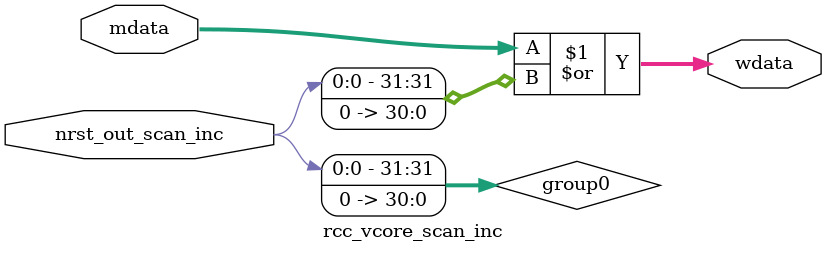
<source format=v>
module rcc_vcore_scan_inc #(
    parameter AW = 32,
    parameter DW = 32,
    parameter WW = 4
) (
    input  [DW-1:0] mdata,
    input           nrst_out_scan_inc,
    output [DW-1:0] wdata
);
  wire [31:0] group0;
  // wire [31:0] group1;
  // wire [31:0] group2;
  // wire [31:0] group3;
  // wire [31:0] group4;

  assign group0 = {nrst_out_scan_inc, 31'b0};

  generate
    if (DW == 32) begin : dw32
      assign wdata = mdata | group0;
    end
  endgenerate
endmodule  //rcc_scan_inc

</source>
